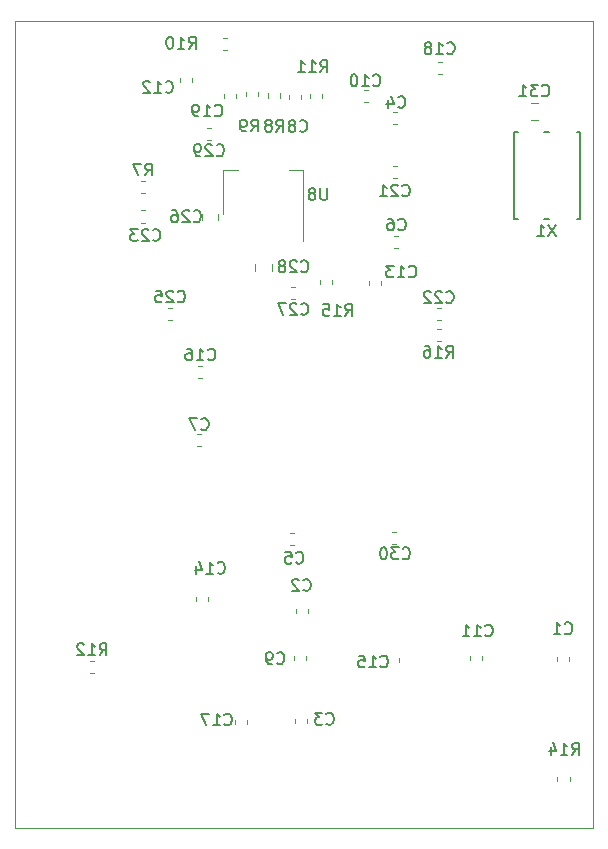
<source format=gbr>
G04 #@! TF.GenerationSoftware,KiCad,Pcbnew,(5.1.5)-3*
G04 #@! TF.CreationDate,2020-05-19T14:22:00+01:00*
G04 #@! TF.ProjectId,ElectronULA,456c6563-7472-46f6-9e55-4c412e6b6963,rev?*
G04 #@! TF.SameCoordinates,Original*
G04 #@! TF.FileFunction,Legend,Bot*
G04 #@! TF.FilePolarity,Positive*
%FSLAX46Y46*%
G04 Gerber Fmt 4.6, Leading zero omitted, Abs format (unit mm)*
G04 Created by KiCad (PCBNEW (5.1.5)-3) date 2020-05-19 14:22:00*
%MOMM*%
%LPD*%
G04 APERTURE LIST*
%ADD10C,0.050000*%
%ADD11C,0.120000*%
%ADD12C,0.150000*%
G04 APERTURE END LIST*
D10*
X129700020Y-124670820D02*
X129703200Y-56271000D01*
X178683920Y-124670820D02*
X129700020Y-124670820D01*
X178661700Y-56283700D02*
X178683920Y-124670820D01*
X129703200Y-56271000D02*
X178661700Y-56283700D01*
D11*
X165407493Y-82405760D02*
X165750027Y-82405760D01*
X165407493Y-83425760D02*
X165750027Y-83425760D01*
X155567920Y-78565827D02*
X155567920Y-78223293D01*
X156587920Y-78565827D02*
X156587920Y-78223293D01*
X175649160Y-120615527D02*
X175649160Y-120272993D01*
X176669160Y-120615527D02*
X176669160Y-120272993D01*
X136405467Y-111492760D02*
X136062933Y-111492760D01*
X136405467Y-110472760D02*
X136062933Y-110472760D01*
X154678920Y-62848307D02*
X154678920Y-62505773D01*
X155698920Y-62848307D02*
X155698920Y-62505773D01*
X147331613Y-57729660D02*
X147674147Y-57729660D01*
X147331613Y-58749660D02*
X147674147Y-58749660D01*
X149268720Y-62690827D02*
X149268720Y-62348293D01*
X150288720Y-62690827D02*
X150288720Y-62348293D01*
X151173720Y-62782267D02*
X151173720Y-62439733D01*
X152193720Y-62782267D02*
X152193720Y-62439733D01*
X140387253Y-69860700D02*
X140729787Y-69860700D01*
X140387253Y-70880700D02*
X140729787Y-70880700D01*
X145967633Y-65354740D02*
X146310167Y-65354740D01*
X145967633Y-66374740D02*
X146310167Y-66374740D01*
X153115193Y-78798960D02*
X153457727Y-78798960D01*
X153115193Y-79818960D02*
X153457727Y-79818960D01*
X143020867Y-81622360D02*
X142678333Y-81622360D01*
X143020867Y-80602360D02*
X142678333Y-80602360D01*
X140747567Y-73364820D02*
X140405033Y-73364820D01*
X140747567Y-72344820D02*
X140405033Y-72344820D01*
X165406253Y-80635380D02*
X165748787Y-80635380D01*
X165406253Y-81655380D02*
X165748787Y-81655380D01*
X162048007Y-69636100D02*
X161705473Y-69636100D01*
X162048007Y-68616100D02*
X161705473Y-68616100D01*
X148393880Y-62480373D02*
X148393880Y-62822907D01*
X147373880Y-62480373D02*
X147373880Y-62822907D01*
X165505313Y-59776900D02*
X165847847Y-59776900D01*
X165505313Y-60796900D02*
X165847847Y-60796900D01*
X159675100Y-78662347D02*
X159675100Y-78319813D01*
X160695100Y-78662347D02*
X160695100Y-78319813D01*
X143660400Y-61456387D02*
X143660400Y-61113853D01*
X144680400Y-61456387D02*
X144680400Y-61113853D01*
X159261993Y-62154340D02*
X159604527Y-62154340D01*
X159261993Y-63174340D02*
X159604527Y-63174340D01*
X153903140Y-62546413D02*
X153903140Y-62888947D01*
X152883140Y-62546413D02*
X152883140Y-62888947D01*
X162177547Y-75518740D02*
X161835013Y-75518740D01*
X162177547Y-74498740D02*
X161835013Y-74498740D01*
X162091187Y-65008220D02*
X161748653Y-65008220D01*
X162091187Y-63988220D02*
X161748653Y-63988220D01*
D12*
X174921520Y-65731840D02*
X174521520Y-65731840D01*
X174921520Y-73058840D02*
X174521520Y-73058840D01*
X171994520Y-65795340D02*
X171994520Y-72995340D01*
X177575520Y-65795340D02*
X177575520Y-72995340D01*
X177575520Y-65731840D02*
X177275520Y-65731840D01*
X171994520Y-65731840D02*
X172294520Y-65731840D01*
X171994520Y-73058840D02*
X172294520Y-73058840D01*
X177575520Y-73058840D02*
X177275520Y-73058840D01*
D11*
X151438680Y-76914108D02*
X151438680Y-77436612D01*
X150018680Y-76914108D02*
X150018680Y-77436612D01*
X154143760Y-74930440D02*
X154143760Y-68920440D01*
X147323760Y-72680440D02*
X147323760Y-68920440D01*
X154143760Y-68920440D02*
X152883760Y-68920440D01*
X147323760Y-68920440D02*
X148583760Y-68920440D01*
X173444268Y-63275140D02*
X173966772Y-63275140D01*
X173444268Y-64695140D02*
X173966772Y-64695140D01*
X145527960Y-73184652D02*
X145527960Y-72662148D01*
X146947960Y-73184652D02*
X146947960Y-72662148D01*
X154347200Y-110084733D02*
X154347200Y-110427267D01*
X153327200Y-110084733D02*
X153327200Y-110427267D01*
X145095933Y-91231000D02*
X145438467Y-91231000D01*
X145095933Y-92251000D02*
X145438467Y-92251000D01*
X153378467Y-100671000D02*
X153035933Y-100671000D01*
X153378467Y-99651000D02*
X153035933Y-99651000D01*
X153387200Y-115737267D02*
X153387200Y-115394733D01*
X154407200Y-115737267D02*
X154407200Y-115394733D01*
X153547200Y-106437267D02*
X153547200Y-106094733D01*
X154567200Y-106437267D02*
X154567200Y-106094733D01*
X169282840Y-110074893D02*
X169282840Y-110417427D01*
X168262840Y-110074893D02*
X168262840Y-110417427D01*
X145175933Y-85501000D02*
X145518467Y-85501000D01*
X145175933Y-86521000D02*
X145518467Y-86521000D01*
X161670933Y-99591000D02*
X162013467Y-99591000D01*
X161670933Y-100611000D02*
X162013467Y-100611000D01*
X148367200Y-115792267D02*
X148367200Y-115449733D01*
X149387200Y-115792267D02*
X149387200Y-115449733D01*
X162217200Y-110264733D02*
X162217200Y-110607267D01*
X161197200Y-110264733D02*
X161197200Y-110607267D01*
X145001520Y-105383147D02*
X145001520Y-105040613D01*
X146021520Y-105383147D02*
X146021520Y-105040613D01*
X176612720Y-110126953D02*
X176612720Y-110469487D01*
X175592720Y-110126953D02*
X175592720Y-110469487D01*
D12*
X166221617Y-84798140D02*
X166554950Y-84321950D01*
X166793045Y-84798140D02*
X166793045Y-83798140D01*
X166412093Y-83798140D01*
X166316855Y-83845760D01*
X166269236Y-83893379D01*
X166221617Y-83988617D01*
X166221617Y-84131474D01*
X166269236Y-84226712D01*
X166316855Y-84274331D01*
X166412093Y-84321950D01*
X166793045Y-84321950D01*
X165269236Y-84798140D02*
X165840664Y-84798140D01*
X165554950Y-84798140D02*
X165554950Y-83798140D01*
X165650188Y-83940998D01*
X165745426Y-84036236D01*
X165840664Y-84083855D01*
X164412093Y-83798140D02*
X164602569Y-83798140D01*
X164697807Y-83845760D01*
X164745426Y-83893379D01*
X164840664Y-84036236D01*
X164888283Y-84226712D01*
X164888283Y-84607664D01*
X164840664Y-84702902D01*
X164793045Y-84750521D01*
X164697807Y-84798140D01*
X164507331Y-84798140D01*
X164412093Y-84750521D01*
X164364474Y-84702902D01*
X164316855Y-84607664D01*
X164316855Y-84369569D01*
X164364474Y-84274331D01*
X164412093Y-84226712D01*
X164507331Y-84179093D01*
X164697807Y-84179093D01*
X164793045Y-84226712D01*
X164840664Y-84274331D01*
X164888283Y-84369569D01*
X157678357Y-81272640D02*
X158011690Y-80796450D01*
X158249785Y-81272640D02*
X158249785Y-80272640D01*
X157868833Y-80272640D01*
X157773595Y-80320260D01*
X157725976Y-80367879D01*
X157678357Y-80463117D01*
X157678357Y-80605974D01*
X157725976Y-80701212D01*
X157773595Y-80748831D01*
X157868833Y-80796450D01*
X158249785Y-80796450D01*
X156725976Y-81272640D02*
X157297404Y-81272640D01*
X157011690Y-81272640D02*
X157011690Y-80272640D01*
X157106928Y-80415498D01*
X157202166Y-80510736D01*
X157297404Y-80558355D01*
X155821214Y-80272640D02*
X156297404Y-80272640D01*
X156345023Y-80748831D01*
X156297404Y-80701212D01*
X156202166Y-80653593D01*
X155964071Y-80653593D01*
X155868833Y-80701212D01*
X155821214Y-80748831D01*
X155773595Y-80844069D01*
X155773595Y-81082164D01*
X155821214Y-81177402D01*
X155868833Y-81225021D01*
X155964071Y-81272640D01*
X156202166Y-81272640D01*
X156297404Y-81225021D01*
X156345023Y-81177402D01*
X176873137Y-118427760D02*
X177206470Y-117951570D01*
X177444565Y-118427760D02*
X177444565Y-117427760D01*
X177063613Y-117427760D01*
X176968375Y-117475380D01*
X176920756Y-117522999D01*
X176873137Y-117618237D01*
X176873137Y-117761094D01*
X176920756Y-117856332D01*
X176968375Y-117903951D01*
X177063613Y-117951570D01*
X177444565Y-117951570D01*
X175920756Y-118427760D02*
X176492184Y-118427760D01*
X176206470Y-118427760D02*
X176206470Y-117427760D01*
X176301708Y-117570618D01*
X176396946Y-117665856D01*
X176492184Y-117713475D01*
X175063613Y-117761094D02*
X175063613Y-118427760D01*
X175301708Y-117380141D02*
X175539803Y-118094427D01*
X174920756Y-118094427D01*
X136877057Y-110005140D02*
X137210390Y-109528950D01*
X137448485Y-110005140D02*
X137448485Y-109005140D01*
X137067533Y-109005140D01*
X136972295Y-109052760D01*
X136924676Y-109100379D01*
X136877057Y-109195617D01*
X136877057Y-109338474D01*
X136924676Y-109433712D01*
X136972295Y-109481331D01*
X137067533Y-109528950D01*
X137448485Y-109528950D01*
X135924676Y-110005140D02*
X136496104Y-110005140D01*
X136210390Y-110005140D02*
X136210390Y-109005140D01*
X136305628Y-109147998D01*
X136400866Y-109243236D01*
X136496104Y-109290855D01*
X135543723Y-109100379D02*
X135496104Y-109052760D01*
X135400866Y-109005140D01*
X135162771Y-109005140D01*
X135067533Y-109052760D01*
X135019914Y-109100379D01*
X134972295Y-109195617D01*
X134972295Y-109290855D01*
X135019914Y-109433712D01*
X135591342Y-110005140D01*
X134972295Y-110005140D01*
X155570157Y-60642760D02*
X155903490Y-60166570D01*
X156141585Y-60642760D02*
X156141585Y-59642760D01*
X155760633Y-59642760D01*
X155665395Y-59690380D01*
X155617776Y-59737999D01*
X155570157Y-59833237D01*
X155570157Y-59976094D01*
X155617776Y-60071332D01*
X155665395Y-60118951D01*
X155760633Y-60166570D01*
X156141585Y-60166570D01*
X154617776Y-60642760D02*
X155189204Y-60642760D01*
X154903490Y-60642760D02*
X154903490Y-59642760D01*
X154998728Y-59785618D01*
X155093966Y-59880856D01*
X155189204Y-59928475D01*
X153665395Y-60642760D02*
X154236823Y-60642760D01*
X153951109Y-60642760D02*
X153951109Y-59642760D01*
X154046347Y-59785618D01*
X154141585Y-59880856D01*
X154236823Y-59928475D01*
X144439877Y-58646320D02*
X144773210Y-58170130D01*
X145011305Y-58646320D02*
X145011305Y-57646320D01*
X144630353Y-57646320D01*
X144535115Y-57693940D01*
X144487496Y-57741559D01*
X144439877Y-57836797D01*
X144439877Y-57979654D01*
X144487496Y-58074892D01*
X144535115Y-58122511D01*
X144630353Y-58170130D01*
X145011305Y-58170130D01*
X143487496Y-58646320D02*
X144058924Y-58646320D01*
X143773210Y-58646320D02*
X143773210Y-57646320D01*
X143868448Y-57789178D01*
X143963686Y-57884416D01*
X144058924Y-57932035D01*
X142868448Y-57646320D02*
X142773210Y-57646320D01*
X142677972Y-57693940D01*
X142630353Y-57741559D01*
X142582734Y-57836797D01*
X142535115Y-58027273D01*
X142535115Y-58265368D01*
X142582734Y-58455844D01*
X142630353Y-58551082D01*
X142677972Y-58598701D01*
X142773210Y-58646320D01*
X142868448Y-58646320D01*
X142963686Y-58598701D01*
X143011305Y-58551082D01*
X143058924Y-58455844D01*
X143106543Y-58265368D01*
X143106543Y-58027273D01*
X143058924Y-57836797D01*
X143011305Y-57741559D01*
X142963686Y-57693940D01*
X142868448Y-57646320D01*
X149711706Y-65644020D02*
X150045040Y-65167830D01*
X150283135Y-65644020D02*
X150283135Y-64644020D01*
X149902182Y-64644020D01*
X149806944Y-64691640D01*
X149759325Y-64739259D01*
X149711706Y-64834497D01*
X149711706Y-64977354D01*
X149759325Y-65072592D01*
X149806944Y-65120211D01*
X149902182Y-65167830D01*
X150283135Y-65167830D01*
X149235516Y-65644020D02*
X149045040Y-65644020D01*
X148949801Y-65596401D01*
X148902182Y-65548782D01*
X148806944Y-65405925D01*
X148759325Y-65215449D01*
X148759325Y-64834497D01*
X148806944Y-64739259D01*
X148854563Y-64691640D01*
X148949801Y-64644020D01*
X149140278Y-64644020D01*
X149235516Y-64691640D01*
X149283135Y-64739259D01*
X149330754Y-64834497D01*
X149330754Y-65072592D01*
X149283135Y-65167830D01*
X149235516Y-65215449D01*
X149140278Y-65263068D01*
X148949801Y-65263068D01*
X148854563Y-65215449D01*
X148806944Y-65167830D01*
X148759325Y-65072592D01*
X151845306Y-65671960D02*
X152178640Y-65195770D01*
X152416735Y-65671960D02*
X152416735Y-64671960D01*
X152035782Y-64671960D01*
X151940544Y-64719580D01*
X151892925Y-64767199D01*
X151845306Y-64862437D01*
X151845306Y-65005294D01*
X151892925Y-65100532D01*
X151940544Y-65148151D01*
X152035782Y-65195770D01*
X152416735Y-65195770D01*
X151273878Y-65100532D02*
X151369116Y-65052913D01*
X151416735Y-65005294D01*
X151464354Y-64910056D01*
X151464354Y-64862437D01*
X151416735Y-64767199D01*
X151369116Y-64719580D01*
X151273878Y-64671960D01*
X151083401Y-64671960D01*
X150988163Y-64719580D01*
X150940544Y-64767199D01*
X150892925Y-64862437D01*
X150892925Y-64910056D01*
X150940544Y-65005294D01*
X150988163Y-65052913D01*
X151083401Y-65100532D01*
X151273878Y-65100532D01*
X151369116Y-65148151D01*
X151416735Y-65195770D01*
X151464354Y-65291008D01*
X151464354Y-65481484D01*
X151416735Y-65576722D01*
X151369116Y-65624341D01*
X151273878Y-65671960D01*
X151083401Y-65671960D01*
X150988163Y-65624341D01*
X150940544Y-65576722D01*
X150892925Y-65481484D01*
X150892925Y-65291008D01*
X150940544Y-65195770D01*
X150988163Y-65148151D01*
X151083401Y-65100532D01*
X140737886Y-69380360D02*
X141071220Y-68904170D01*
X141309315Y-69380360D02*
X141309315Y-68380360D01*
X140928362Y-68380360D01*
X140833124Y-68427980D01*
X140785505Y-68475599D01*
X140737886Y-68570837D01*
X140737886Y-68713694D01*
X140785505Y-68808932D01*
X140833124Y-68856551D01*
X140928362Y-68904170D01*
X141309315Y-68904170D01*
X140404553Y-68380360D02*
X139737886Y-68380360D01*
X140166458Y-69380360D01*
X146781757Y-67651882D02*
X146829376Y-67699501D01*
X146972233Y-67747120D01*
X147067471Y-67747120D01*
X147210328Y-67699501D01*
X147305566Y-67604263D01*
X147353185Y-67509025D01*
X147400804Y-67318549D01*
X147400804Y-67175692D01*
X147353185Y-66985216D01*
X147305566Y-66889978D01*
X147210328Y-66794740D01*
X147067471Y-66747120D01*
X146972233Y-66747120D01*
X146829376Y-66794740D01*
X146781757Y-66842359D01*
X146400804Y-66842359D02*
X146353185Y-66794740D01*
X146257947Y-66747120D01*
X146019852Y-66747120D01*
X145924614Y-66794740D01*
X145876995Y-66842359D01*
X145829376Y-66937597D01*
X145829376Y-67032835D01*
X145876995Y-67175692D01*
X146448423Y-67747120D01*
X145829376Y-67747120D01*
X145353185Y-67747120D02*
X145162709Y-67747120D01*
X145067471Y-67699501D01*
X145019852Y-67651882D01*
X144924614Y-67509025D01*
X144876995Y-67318549D01*
X144876995Y-66937597D01*
X144924614Y-66842359D01*
X144972233Y-66794740D01*
X145067471Y-66747120D01*
X145257947Y-66747120D01*
X145353185Y-66794740D01*
X145400804Y-66842359D01*
X145448423Y-66937597D01*
X145448423Y-67175692D01*
X145400804Y-67270930D01*
X145353185Y-67318549D01*
X145257947Y-67366168D01*
X145067471Y-67366168D01*
X144972233Y-67318549D01*
X144924614Y-67270930D01*
X144876995Y-67175692D01*
X153929317Y-81096102D02*
X153976936Y-81143721D01*
X154119793Y-81191340D01*
X154215031Y-81191340D01*
X154357888Y-81143721D01*
X154453126Y-81048483D01*
X154500745Y-80953245D01*
X154548364Y-80762769D01*
X154548364Y-80619912D01*
X154500745Y-80429436D01*
X154453126Y-80334198D01*
X154357888Y-80238960D01*
X154215031Y-80191340D01*
X154119793Y-80191340D01*
X153976936Y-80238960D01*
X153929317Y-80286579D01*
X153548364Y-80286579D02*
X153500745Y-80238960D01*
X153405507Y-80191340D01*
X153167412Y-80191340D01*
X153072174Y-80238960D01*
X153024555Y-80286579D01*
X152976936Y-80381817D01*
X152976936Y-80477055D01*
X153024555Y-80619912D01*
X153595983Y-81191340D01*
X152976936Y-81191340D01*
X152643602Y-80191340D02*
X151976936Y-80191340D01*
X152405507Y-81191340D01*
X143492457Y-80039502D02*
X143540076Y-80087121D01*
X143682933Y-80134740D01*
X143778171Y-80134740D01*
X143921028Y-80087121D01*
X144016266Y-79991883D01*
X144063885Y-79896645D01*
X144111504Y-79706169D01*
X144111504Y-79563312D01*
X144063885Y-79372836D01*
X144016266Y-79277598D01*
X143921028Y-79182360D01*
X143778171Y-79134740D01*
X143682933Y-79134740D01*
X143540076Y-79182360D01*
X143492457Y-79229979D01*
X143111504Y-79229979D02*
X143063885Y-79182360D01*
X142968647Y-79134740D01*
X142730552Y-79134740D01*
X142635314Y-79182360D01*
X142587695Y-79229979D01*
X142540076Y-79325217D01*
X142540076Y-79420455D01*
X142587695Y-79563312D01*
X143159123Y-80134740D01*
X142540076Y-80134740D01*
X141635314Y-79134740D02*
X142111504Y-79134740D01*
X142159123Y-79610931D01*
X142111504Y-79563312D01*
X142016266Y-79515693D01*
X141778171Y-79515693D01*
X141682933Y-79563312D01*
X141635314Y-79610931D01*
X141587695Y-79706169D01*
X141587695Y-79944264D01*
X141635314Y-80039502D01*
X141682933Y-80087121D01*
X141778171Y-80134740D01*
X142016266Y-80134740D01*
X142111504Y-80087121D01*
X142159123Y-80039502D01*
X141384257Y-74837562D02*
X141431876Y-74885181D01*
X141574733Y-74932800D01*
X141669971Y-74932800D01*
X141812828Y-74885181D01*
X141908066Y-74789943D01*
X141955685Y-74694705D01*
X142003304Y-74504229D01*
X142003304Y-74361372D01*
X141955685Y-74170896D01*
X141908066Y-74075658D01*
X141812828Y-73980420D01*
X141669971Y-73932800D01*
X141574733Y-73932800D01*
X141431876Y-73980420D01*
X141384257Y-74028039D01*
X141003304Y-74028039D02*
X140955685Y-73980420D01*
X140860447Y-73932800D01*
X140622352Y-73932800D01*
X140527114Y-73980420D01*
X140479495Y-74028039D01*
X140431876Y-74123277D01*
X140431876Y-74218515D01*
X140479495Y-74361372D01*
X141050923Y-74932800D01*
X140431876Y-74932800D01*
X140098542Y-73932800D02*
X139479495Y-73932800D01*
X139812828Y-74313753D01*
X139669971Y-74313753D01*
X139574733Y-74361372D01*
X139527114Y-74408991D01*
X139479495Y-74504229D01*
X139479495Y-74742324D01*
X139527114Y-74837562D01*
X139574733Y-74885181D01*
X139669971Y-74932800D01*
X139955685Y-74932800D01*
X140050923Y-74885181D01*
X140098542Y-74837562D01*
X166233077Y-80092822D02*
X166280696Y-80140441D01*
X166423553Y-80188060D01*
X166518791Y-80188060D01*
X166661648Y-80140441D01*
X166756886Y-80045203D01*
X166804505Y-79949965D01*
X166852124Y-79759489D01*
X166852124Y-79616632D01*
X166804505Y-79426156D01*
X166756886Y-79330918D01*
X166661648Y-79235680D01*
X166518791Y-79188060D01*
X166423553Y-79188060D01*
X166280696Y-79235680D01*
X166233077Y-79283299D01*
X165852124Y-79283299D02*
X165804505Y-79235680D01*
X165709267Y-79188060D01*
X165471172Y-79188060D01*
X165375934Y-79235680D01*
X165328315Y-79283299D01*
X165280696Y-79378537D01*
X165280696Y-79473775D01*
X165328315Y-79616632D01*
X165899743Y-80188060D01*
X165280696Y-80188060D01*
X164899743Y-79283299D02*
X164852124Y-79235680D01*
X164756886Y-79188060D01*
X164518791Y-79188060D01*
X164423553Y-79235680D01*
X164375934Y-79283299D01*
X164328315Y-79378537D01*
X164328315Y-79473775D01*
X164375934Y-79616632D01*
X164947362Y-80188060D01*
X164328315Y-80188060D01*
X162511977Y-71058042D02*
X162559596Y-71105661D01*
X162702453Y-71153280D01*
X162797691Y-71153280D01*
X162940548Y-71105661D01*
X163035786Y-71010423D01*
X163083405Y-70915185D01*
X163131024Y-70724709D01*
X163131024Y-70581852D01*
X163083405Y-70391376D01*
X163035786Y-70296138D01*
X162940548Y-70200900D01*
X162797691Y-70153280D01*
X162702453Y-70153280D01*
X162559596Y-70200900D01*
X162511977Y-70248519D01*
X162131024Y-70248519D02*
X162083405Y-70200900D01*
X161988167Y-70153280D01*
X161750072Y-70153280D01*
X161654834Y-70200900D01*
X161607215Y-70248519D01*
X161559596Y-70343757D01*
X161559596Y-70438995D01*
X161607215Y-70581852D01*
X162178643Y-71153280D01*
X161559596Y-71153280D01*
X160607215Y-71153280D02*
X161178643Y-71153280D01*
X160892929Y-71153280D02*
X160892929Y-70153280D01*
X160988167Y-70296138D01*
X161083405Y-70391376D01*
X161178643Y-70438995D01*
X146634437Y-64286402D02*
X146682056Y-64334021D01*
X146824913Y-64381640D01*
X146920151Y-64381640D01*
X147063008Y-64334021D01*
X147158246Y-64238783D01*
X147205865Y-64143545D01*
X147253484Y-63953069D01*
X147253484Y-63810212D01*
X147205865Y-63619736D01*
X147158246Y-63524498D01*
X147063008Y-63429260D01*
X146920151Y-63381640D01*
X146824913Y-63381640D01*
X146682056Y-63429260D01*
X146634437Y-63476879D01*
X145682056Y-64381640D02*
X146253484Y-64381640D01*
X145967770Y-64381640D02*
X145967770Y-63381640D01*
X146063008Y-63524498D01*
X146158246Y-63619736D01*
X146253484Y-63667355D01*
X145205865Y-64381640D02*
X145015389Y-64381640D01*
X144920151Y-64334021D01*
X144872532Y-64286402D01*
X144777294Y-64143545D01*
X144729675Y-63953069D01*
X144729675Y-63572117D01*
X144777294Y-63476879D01*
X144824913Y-63429260D01*
X144920151Y-63381640D01*
X145110627Y-63381640D01*
X145205865Y-63429260D01*
X145253484Y-63476879D01*
X145301103Y-63572117D01*
X145301103Y-63810212D01*
X145253484Y-63905450D01*
X145205865Y-63953069D01*
X145110627Y-64000688D01*
X144920151Y-64000688D01*
X144824913Y-63953069D01*
X144777294Y-63905450D01*
X144729675Y-63810212D01*
X166314357Y-59015902D02*
X166361976Y-59063521D01*
X166504833Y-59111140D01*
X166600071Y-59111140D01*
X166742928Y-59063521D01*
X166838166Y-58968283D01*
X166885785Y-58873045D01*
X166933404Y-58682569D01*
X166933404Y-58539712D01*
X166885785Y-58349236D01*
X166838166Y-58253998D01*
X166742928Y-58158760D01*
X166600071Y-58111140D01*
X166504833Y-58111140D01*
X166361976Y-58158760D01*
X166314357Y-58206379D01*
X165361976Y-59111140D02*
X165933404Y-59111140D01*
X165647690Y-59111140D02*
X165647690Y-58111140D01*
X165742928Y-58253998D01*
X165838166Y-58349236D01*
X165933404Y-58396855D01*
X164790547Y-58539712D02*
X164885785Y-58492093D01*
X164933404Y-58444474D01*
X164981023Y-58349236D01*
X164981023Y-58301617D01*
X164933404Y-58206379D01*
X164885785Y-58158760D01*
X164790547Y-58111140D01*
X164600071Y-58111140D01*
X164504833Y-58158760D01*
X164457214Y-58206379D01*
X164409595Y-58301617D01*
X164409595Y-58349236D01*
X164457214Y-58444474D01*
X164504833Y-58492093D01*
X164600071Y-58539712D01*
X164790547Y-58539712D01*
X164885785Y-58587331D01*
X164933404Y-58634950D01*
X164981023Y-58730188D01*
X164981023Y-58920664D01*
X164933404Y-59015902D01*
X164885785Y-59063521D01*
X164790547Y-59111140D01*
X164600071Y-59111140D01*
X164504833Y-59063521D01*
X164457214Y-59015902D01*
X164409595Y-58920664D01*
X164409595Y-58730188D01*
X164457214Y-58634950D01*
X164504833Y-58587331D01*
X164600071Y-58539712D01*
X163060617Y-77910962D02*
X163108236Y-77958581D01*
X163251093Y-78006200D01*
X163346331Y-78006200D01*
X163489188Y-77958581D01*
X163584426Y-77863343D01*
X163632045Y-77768105D01*
X163679664Y-77577629D01*
X163679664Y-77434772D01*
X163632045Y-77244296D01*
X163584426Y-77149058D01*
X163489188Y-77053820D01*
X163346331Y-77006200D01*
X163251093Y-77006200D01*
X163108236Y-77053820D01*
X163060617Y-77101439D01*
X162108236Y-78006200D02*
X162679664Y-78006200D01*
X162393950Y-78006200D02*
X162393950Y-77006200D01*
X162489188Y-77149058D01*
X162584426Y-77244296D01*
X162679664Y-77291915D01*
X161774902Y-77006200D02*
X161155855Y-77006200D01*
X161489188Y-77387153D01*
X161346331Y-77387153D01*
X161251093Y-77434772D01*
X161203474Y-77482391D01*
X161155855Y-77577629D01*
X161155855Y-77815724D01*
X161203474Y-77910962D01*
X161251093Y-77958581D01*
X161346331Y-78006200D01*
X161632045Y-78006200D01*
X161727283Y-77958581D01*
X161774902Y-77910962D01*
X142463757Y-62284882D02*
X142511376Y-62332501D01*
X142654233Y-62380120D01*
X142749471Y-62380120D01*
X142892328Y-62332501D01*
X142987566Y-62237263D01*
X143035185Y-62142025D01*
X143082804Y-61951549D01*
X143082804Y-61808692D01*
X143035185Y-61618216D01*
X142987566Y-61522978D01*
X142892328Y-61427740D01*
X142749471Y-61380120D01*
X142654233Y-61380120D01*
X142511376Y-61427740D01*
X142463757Y-61475359D01*
X141511376Y-62380120D02*
X142082804Y-62380120D01*
X141797090Y-62380120D02*
X141797090Y-61380120D01*
X141892328Y-61522978D01*
X141987566Y-61618216D01*
X142082804Y-61665835D01*
X141130423Y-61475359D02*
X141082804Y-61427740D01*
X140987566Y-61380120D01*
X140749471Y-61380120D01*
X140654233Y-61427740D01*
X140606614Y-61475359D01*
X140558995Y-61570597D01*
X140558995Y-61665835D01*
X140606614Y-61808692D01*
X141178042Y-62380120D01*
X140558995Y-62380120D01*
X160032937Y-61733702D02*
X160080556Y-61781321D01*
X160223413Y-61828940D01*
X160318651Y-61828940D01*
X160461508Y-61781321D01*
X160556746Y-61686083D01*
X160604365Y-61590845D01*
X160651984Y-61400369D01*
X160651984Y-61257512D01*
X160604365Y-61067036D01*
X160556746Y-60971798D01*
X160461508Y-60876560D01*
X160318651Y-60828940D01*
X160223413Y-60828940D01*
X160080556Y-60876560D01*
X160032937Y-60924179D01*
X159080556Y-61828940D02*
X159651984Y-61828940D01*
X159366270Y-61828940D02*
X159366270Y-60828940D01*
X159461508Y-60971798D01*
X159556746Y-61067036D01*
X159651984Y-61114655D01*
X158461508Y-60828940D02*
X158366270Y-60828940D01*
X158271032Y-60876560D01*
X158223413Y-60924179D01*
X158175794Y-61019417D01*
X158128175Y-61209893D01*
X158128175Y-61447988D01*
X158175794Y-61638464D01*
X158223413Y-61733702D01*
X158271032Y-61781321D01*
X158366270Y-61828940D01*
X158461508Y-61828940D01*
X158556746Y-61781321D01*
X158604365Y-61733702D01*
X158651984Y-61638464D01*
X158699603Y-61447988D01*
X158699603Y-61209893D01*
X158651984Y-61019417D01*
X158604365Y-60924179D01*
X158556746Y-60876560D01*
X158461508Y-60828940D01*
X153831586Y-65591962D02*
X153879205Y-65639581D01*
X154022062Y-65687200D01*
X154117300Y-65687200D01*
X154260158Y-65639581D01*
X154355396Y-65544343D01*
X154403015Y-65449105D01*
X154450634Y-65258629D01*
X154450634Y-65115772D01*
X154403015Y-64925296D01*
X154355396Y-64830058D01*
X154260158Y-64734820D01*
X154117300Y-64687200D01*
X154022062Y-64687200D01*
X153879205Y-64734820D01*
X153831586Y-64782439D01*
X153260158Y-65115772D02*
X153355396Y-65068153D01*
X153403015Y-65020534D01*
X153450634Y-64925296D01*
X153450634Y-64877677D01*
X153403015Y-64782439D01*
X153355396Y-64734820D01*
X153260158Y-64687200D01*
X153069681Y-64687200D01*
X152974443Y-64734820D01*
X152926824Y-64782439D01*
X152879205Y-64877677D01*
X152879205Y-64925296D01*
X152926824Y-65020534D01*
X152974443Y-65068153D01*
X153069681Y-65115772D01*
X153260158Y-65115772D01*
X153355396Y-65163391D01*
X153403015Y-65211010D01*
X153450634Y-65306248D01*
X153450634Y-65496724D01*
X153403015Y-65591962D01*
X153355396Y-65639581D01*
X153260158Y-65687200D01*
X153069681Y-65687200D01*
X152974443Y-65639581D01*
X152926824Y-65591962D01*
X152879205Y-65496724D01*
X152879205Y-65306248D01*
X152926824Y-65211010D01*
X152974443Y-65163391D01*
X153069681Y-65115772D01*
X162172946Y-73935882D02*
X162220565Y-73983501D01*
X162363422Y-74031120D01*
X162458660Y-74031120D01*
X162601518Y-73983501D01*
X162696756Y-73888263D01*
X162744375Y-73793025D01*
X162791994Y-73602549D01*
X162791994Y-73459692D01*
X162744375Y-73269216D01*
X162696756Y-73173978D01*
X162601518Y-73078740D01*
X162458660Y-73031120D01*
X162363422Y-73031120D01*
X162220565Y-73078740D01*
X162172946Y-73126359D01*
X161315803Y-73031120D02*
X161506280Y-73031120D01*
X161601518Y-73078740D01*
X161649137Y-73126359D01*
X161744375Y-73269216D01*
X161791994Y-73459692D01*
X161791994Y-73840644D01*
X161744375Y-73935882D01*
X161696756Y-73983501D01*
X161601518Y-74031120D01*
X161411041Y-74031120D01*
X161315803Y-73983501D01*
X161268184Y-73935882D01*
X161220565Y-73840644D01*
X161220565Y-73602549D01*
X161268184Y-73507311D01*
X161315803Y-73459692D01*
X161411041Y-73412073D01*
X161601518Y-73412073D01*
X161696756Y-73459692D01*
X161744375Y-73507311D01*
X161791994Y-73602549D01*
X162157706Y-63565042D02*
X162205325Y-63612661D01*
X162348182Y-63660280D01*
X162443420Y-63660280D01*
X162586278Y-63612661D01*
X162681516Y-63517423D01*
X162729135Y-63422185D01*
X162776754Y-63231709D01*
X162776754Y-63088852D01*
X162729135Y-62898376D01*
X162681516Y-62803138D01*
X162586278Y-62707900D01*
X162443420Y-62660280D01*
X162348182Y-62660280D01*
X162205325Y-62707900D01*
X162157706Y-62755519D01*
X161300563Y-62993614D02*
X161300563Y-63660280D01*
X161538659Y-62612661D02*
X161776754Y-63326947D01*
X161157706Y-63326947D01*
X175510723Y-73546720D02*
X174844057Y-74546720D01*
X174844057Y-73546720D02*
X175510723Y-74546720D01*
X173939295Y-74546720D02*
X174510723Y-74546720D01*
X174225009Y-74546720D02*
X174225009Y-73546720D01*
X174320247Y-73689578D01*
X174415485Y-73784816D01*
X174510723Y-73832435D01*
X153934397Y-77481702D02*
X153982016Y-77529321D01*
X154124873Y-77576940D01*
X154220111Y-77576940D01*
X154362968Y-77529321D01*
X154458206Y-77434083D01*
X154505825Y-77338845D01*
X154553444Y-77148369D01*
X154553444Y-77005512D01*
X154505825Y-76815036D01*
X154458206Y-76719798D01*
X154362968Y-76624560D01*
X154220111Y-76576940D01*
X154124873Y-76576940D01*
X153982016Y-76624560D01*
X153934397Y-76672179D01*
X153553444Y-76672179D02*
X153505825Y-76624560D01*
X153410587Y-76576940D01*
X153172492Y-76576940D01*
X153077254Y-76624560D01*
X153029635Y-76672179D01*
X152982016Y-76767417D01*
X152982016Y-76862655D01*
X153029635Y-77005512D01*
X153601063Y-77576940D01*
X152982016Y-77576940D01*
X152410587Y-77005512D02*
X152505825Y-76957893D01*
X152553444Y-76910274D01*
X152601063Y-76815036D01*
X152601063Y-76767417D01*
X152553444Y-76672179D01*
X152505825Y-76624560D01*
X152410587Y-76576940D01*
X152220111Y-76576940D01*
X152124873Y-76624560D01*
X152077254Y-76672179D01*
X152029635Y-76767417D01*
X152029635Y-76815036D01*
X152077254Y-76910274D01*
X152124873Y-76957893D01*
X152220111Y-77005512D01*
X152410587Y-77005512D01*
X152505825Y-77053131D01*
X152553444Y-77100750D01*
X152601063Y-77195988D01*
X152601063Y-77386464D01*
X152553444Y-77481702D01*
X152505825Y-77529321D01*
X152410587Y-77576940D01*
X152220111Y-77576940D01*
X152124873Y-77529321D01*
X152077254Y-77481702D01*
X152029635Y-77386464D01*
X152029635Y-77195988D01*
X152077254Y-77100750D01*
X152124873Y-77053131D01*
X152220111Y-77005512D01*
X156141324Y-70453000D02*
X156141324Y-71262524D01*
X156093705Y-71357762D01*
X156046086Y-71405381D01*
X155950848Y-71453000D01*
X155760372Y-71453000D01*
X155665134Y-71405381D01*
X155617515Y-71357762D01*
X155569896Y-71262524D01*
X155569896Y-70453000D01*
X154950848Y-70881572D02*
X155046086Y-70833953D01*
X155093705Y-70786334D01*
X155141324Y-70691096D01*
X155141324Y-70643477D01*
X155093705Y-70548239D01*
X155046086Y-70500620D01*
X154950848Y-70453000D01*
X154760372Y-70453000D01*
X154665134Y-70500620D01*
X154617515Y-70548239D01*
X154569896Y-70643477D01*
X154569896Y-70691096D01*
X154617515Y-70786334D01*
X154665134Y-70833953D01*
X154760372Y-70881572D01*
X154950848Y-70881572D01*
X155046086Y-70929191D01*
X155093705Y-70976810D01*
X155141324Y-71072048D01*
X155141324Y-71262524D01*
X155093705Y-71357762D01*
X155046086Y-71405381D01*
X154950848Y-71453000D01*
X154760372Y-71453000D01*
X154665134Y-71405381D01*
X154617515Y-71357762D01*
X154569896Y-71262524D01*
X154569896Y-71072048D01*
X154617515Y-70976810D01*
X154665134Y-70929191D01*
X154760372Y-70881572D01*
X174322977Y-62587142D02*
X174370596Y-62634761D01*
X174513453Y-62682380D01*
X174608691Y-62682380D01*
X174751548Y-62634761D01*
X174846786Y-62539523D01*
X174894405Y-62444285D01*
X174942024Y-62253809D01*
X174942024Y-62110952D01*
X174894405Y-61920476D01*
X174846786Y-61825238D01*
X174751548Y-61730000D01*
X174608691Y-61682380D01*
X174513453Y-61682380D01*
X174370596Y-61730000D01*
X174322977Y-61777619D01*
X173989643Y-61682380D02*
X173370596Y-61682380D01*
X173703929Y-62063333D01*
X173561072Y-62063333D01*
X173465834Y-62110952D01*
X173418215Y-62158571D01*
X173370596Y-62253809D01*
X173370596Y-62491904D01*
X173418215Y-62587142D01*
X173465834Y-62634761D01*
X173561072Y-62682380D01*
X173846786Y-62682380D01*
X173942024Y-62634761D01*
X173989643Y-62587142D01*
X172418215Y-62682380D02*
X172989643Y-62682380D01*
X172703929Y-62682380D02*
X172703929Y-61682380D01*
X172799167Y-61825238D01*
X172894405Y-61920476D01*
X172989643Y-61968095D01*
X144848817Y-73239902D02*
X144896436Y-73287521D01*
X145039293Y-73335140D01*
X145134531Y-73335140D01*
X145277388Y-73287521D01*
X145372626Y-73192283D01*
X145420245Y-73097045D01*
X145467864Y-72906569D01*
X145467864Y-72763712D01*
X145420245Y-72573236D01*
X145372626Y-72477998D01*
X145277388Y-72382760D01*
X145134531Y-72335140D01*
X145039293Y-72335140D01*
X144896436Y-72382760D01*
X144848817Y-72430379D01*
X144467864Y-72430379D02*
X144420245Y-72382760D01*
X144325007Y-72335140D01*
X144086912Y-72335140D01*
X143991674Y-72382760D01*
X143944055Y-72430379D01*
X143896436Y-72525617D01*
X143896436Y-72620855D01*
X143944055Y-72763712D01*
X144515483Y-73335140D01*
X143896436Y-73335140D01*
X143039293Y-72335140D02*
X143229769Y-72335140D01*
X143325007Y-72382760D01*
X143372626Y-72430379D01*
X143467864Y-72573236D01*
X143515483Y-72763712D01*
X143515483Y-73144664D01*
X143467864Y-73239902D01*
X143420245Y-73287521D01*
X143325007Y-73335140D01*
X143134531Y-73335140D01*
X143039293Y-73287521D01*
X142991674Y-73239902D01*
X142944055Y-73144664D01*
X142944055Y-72906569D01*
X142991674Y-72811331D01*
X143039293Y-72763712D01*
X143134531Y-72716093D01*
X143325007Y-72716093D01*
X143420245Y-72763712D01*
X143467864Y-72811331D01*
X143515483Y-72906569D01*
X151913866Y-110658142D02*
X151961485Y-110705761D01*
X152104342Y-110753380D01*
X152199580Y-110753380D01*
X152342438Y-110705761D01*
X152437676Y-110610523D01*
X152485295Y-110515285D01*
X152532914Y-110324809D01*
X152532914Y-110181952D01*
X152485295Y-109991476D01*
X152437676Y-109896238D01*
X152342438Y-109801000D01*
X152199580Y-109753380D01*
X152104342Y-109753380D01*
X151961485Y-109801000D01*
X151913866Y-109848619D01*
X151437676Y-110753380D02*
X151247200Y-110753380D01*
X151151961Y-110705761D01*
X151104342Y-110658142D01*
X151009104Y-110515285D01*
X150961485Y-110324809D01*
X150961485Y-109943857D01*
X151009104Y-109848619D01*
X151056723Y-109801000D01*
X151151961Y-109753380D01*
X151342438Y-109753380D01*
X151437676Y-109801000D01*
X151485295Y-109848619D01*
X151532914Y-109943857D01*
X151532914Y-110181952D01*
X151485295Y-110277190D01*
X151437676Y-110324809D01*
X151342438Y-110372428D01*
X151151961Y-110372428D01*
X151056723Y-110324809D01*
X151009104Y-110277190D01*
X150961485Y-110181952D01*
X145488866Y-90848142D02*
X145536485Y-90895761D01*
X145679342Y-90943380D01*
X145774580Y-90943380D01*
X145917438Y-90895761D01*
X146012676Y-90800523D01*
X146060295Y-90705285D01*
X146107914Y-90514809D01*
X146107914Y-90371952D01*
X146060295Y-90181476D01*
X146012676Y-90086238D01*
X145917438Y-89991000D01*
X145774580Y-89943380D01*
X145679342Y-89943380D01*
X145536485Y-89991000D01*
X145488866Y-90038619D01*
X145155533Y-89943380D02*
X144488866Y-89943380D01*
X144917438Y-90943380D01*
X153513866Y-102148142D02*
X153561485Y-102195761D01*
X153704342Y-102243380D01*
X153799580Y-102243380D01*
X153942438Y-102195761D01*
X154037676Y-102100523D01*
X154085295Y-102005285D01*
X154132914Y-101814809D01*
X154132914Y-101671952D01*
X154085295Y-101481476D01*
X154037676Y-101386238D01*
X153942438Y-101291000D01*
X153799580Y-101243380D01*
X153704342Y-101243380D01*
X153561485Y-101291000D01*
X153513866Y-101338619D01*
X152609104Y-101243380D02*
X153085295Y-101243380D01*
X153132914Y-101719571D01*
X153085295Y-101671952D01*
X152990057Y-101624333D01*
X152751961Y-101624333D01*
X152656723Y-101671952D01*
X152609104Y-101719571D01*
X152561485Y-101814809D01*
X152561485Y-102052904D01*
X152609104Y-102148142D01*
X152656723Y-102195761D01*
X152751961Y-102243380D01*
X152990057Y-102243380D01*
X153085295Y-102195761D01*
X153132914Y-102148142D01*
X156083866Y-115788142D02*
X156131485Y-115835761D01*
X156274342Y-115883380D01*
X156369580Y-115883380D01*
X156512438Y-115835761D01*
X156607676Y-115740523D01*
X156655295Y-115645285D01*
X156702914Y-115454809D01*
X156702914Y-115311952D01*
X156655295Y-115121476D01*
X156607676Y-115026238D01*
X156512438Y-114931000D01*
X156369580Y-114883380D01*
X156274342Y-114883380D01*
X156131485Y-114931000D01*
X156083866Y-114978619D01*
X155750533Y-114883380D02*
X155131485Y-114883380D01*
X155464819Y-115264333D01*
X155321961Y-115264333D01*
X155226723Y-115311952D01*
X155179104Y-115359571D01*
X155131485Y-115454809D01*
X155131485Y-115692904D01*
X155179104Y-115788142D01*
X155226723Y-115835761D01*
X155321961Y-115883380D01*
X155607676Y-115883380D01*
X155702914Y-115835761D01*
X155750533Y-115788142D01*
X154137506Y-104460302D02*
X154185125Y-104507921D01*
X154327982Y-104555540D01*
X154423220Y-104555540D01*
X154566078Y-104507921D01*
X154661316Y-104412683D01*
X154708935Y-104317445D01*
X154756554Y-104126969D01*
X154756554Y-103984112D01*
X154708935Y-103793636D01*
X154661316Y-103698398D01*
X154566078Y-103603160D01*
X154423220Y-103555540D01*
X154327982Y-103555540D01*
X154185125Y-103603160D01*
X154137506Y-103650779D01*
X153756554Y-103650779D02*
X153708935Y-103603160D01*
X153613697Y-103555540D01*
X153375601Y-103555540D01*
X153280363Y-103603160D01*
X153232744Y-103650779D01*
X153185125Y-103746017D01*
X153185125Y-103841255D01*
X153232744Y-103984112D01*
X153804173Y-104555540D01*
X153185125Y-104555540D01*
X169529997Y-108307142D02*
X169577616Y-108354761D01*
X169720473Y-108402380D01*
X169815711Y-108402380D01*
X169958568Y-108354761D01*
X170053806Y-108259523D01*
X170101425Y-108164285D01*
X170149044Y-107973809D01*
X170149044Y-107830952D01*
X170101425Y-107640476D01*
X170053806Y-107545238D01*
X169958568Y-107450000D01*
X169815711Y-107402380D01*
X169720473Y-107402380D01*
X169577616Y-107450000D01*
X169529997Y-107497619D01*
X168577616Y-108402380D02*
X169149044Y-108402380D01*
X168863330Y-108402380D02*
X168863330Y-107402380D01*
X168958568Y-107545238D01*
X169053806Y-107640476D01*
X169149044Y-107688095D01*
X167625235Y-108402380D02*
X168196663Y-108402380D01*
X167910949Y-108402380D02*
X167910949Y-107402380D01*
X168006187Y-107545238D01*
X168101425Y-107640476D01*
X168196663Y-107688095D01*
X146054977Y-84943622D02*
X146102596Y-84991241D01*
X146245453Y-85038860D01*
X146340691Y-85038860D01*
X146483548Y-84991241D01*
X146578786Y-84896003D01*
X146626405Y-84800765D01*
X146674024Y-84610289D01*
X146674024Y-84467432D01*
X146626405Y-84276956D01*
X146578786Y-84181718D01*
X146483548Y-84086480D01*
X146340691Y-84038860D01*
X146245453Y-84038860D01*
X146102596Y-84086480D01*
X146054977Y-84134099D01*
X145102596Y-85038860D02*
X145674024Y-85038860D01*
X145388310Y-85038860D02*
X145388310Y-84038860D01*
X145483548Y-84181718D01*
X145578786Y-84276956D01*
X145674024Y-84324575D01*
X144245453Y-84038860D02*
X144435929Y-84038860D01*
X144531167Y-84086480D01*
X144578786Y-84134099D01*
X144674024Y-84276956D01*
X144721643Y-84467432D01*
X144721643Y-84848384D01*
X144674024Y-84943622D01*
X144626405Y-84991241D01*
X144531167Y-85038860D01*
X144340691Y-85038860D01*
X144245453Y-84991241D01*
X144197834Y-84943622D01*
X144150215Y-84848384D01*
X144150215Y-84610289D01*
X144197834Y-84515051D01*
X144245453Y-84467432D01*
X144340691Y-84419813D01*
X144531167Y-84419813D01*
X144626405Y-84467432D01*
X144674024Y-84515051D01*
X144721643Y-84610289D01*
X162547537Y-101779342D02*
X162595156Y-101826961D01*
X162738013Y-101874580D01*
X162833251Y-101874580D01*
X162976108Y-101826961D01*
X163071346Y-101731723D01*
X163118965Y-101636485D01*
X163166584Y-101446009D01*
X163166584Y-101303152D01*
X163118965Y-101112676D01*
X163071346Y-101017438D01*
X162976108Y-100922200D01*
X162833251Y-100874580D01*
X162738013Y-100874580D01*
X162595156Y-100922200D01*
X162547537Y-100969819D01*
X162214203Y-100874580D02*
X161595156Y-100874580D01*
X161928489Y-101255533D01*
X161785632Y-101255533D01*
X161690394Y-101303152D01*
X161642775Y-101350771D01*
X161595156Y-101446009D01*
X161595156Y-101684104D01*
X161642775Y-101779342D01*
X161690394Y-101826961D01*
X161785632Y-101874580D01*
X162071346Y-101874580D01*
X162166584Y-101826961D01*
X162214203Y-101779342D01*
X160976108Y-100874580D02*
X160880870Y-100874580D01*
X160785632Y-100922200D01*
X160738013Y-100969819D01*
X160690394Y-101065057D01*
X160642775Y-101255533D01*
X160642775Y-101493628D01*
X160690394Y-101684104D01*
X160738013Y-101779342D01*
X160785632Y-101826961D01*
X160880870Y-101874580D01*
X160976108Y-101874580D01*
X161071346Y-101826961D01*
X161118965Y-101779342D01*
X161166584Y-101684104D01*
X161214203Y-101493628D01*
X161214203Y-101255533D01*
X161166584Y-101065057D01*
X161118965Y-100969819D01*
X161071346Y-100922200D01*
X160976108Y-100874580D01*
X147449777Y-115853482D02*
X147497396Y-115901101D01*
X147640253Y-115948720D01*
X147735491Y-115948720D01*
X147878348Y-115901101D01*
X147973586Y-115805863D01*
X148021205Y-115710625D01*
X148068824Y-115520149D01*
X148068824Y-115377292D01*
X148021205Y-115186816D01*
X147973586Y-115091578D01*
X147878348Y-114996340D01*
X147735491Y-114948720D01*
X147640253Y-114948720D01*
X147497396Y-114996340D01*
X147449777Y-115043959D01*
X146497396Y-115948720D02*
X147068824Y-115948720D01*
X146783110Y-115948720D02*
X146783110Y-114948720D01*
X146878348Y-115091578D01*
X146973586Y-115186816D01*
X147068824Y-115234435D01*
X146164062Y-114948720D02*
X145497396Y-114948720D01*
X145925967Y-115948720D01*
X160660057Y-110938142D02*
X160707676Y-110985761D01*
X160850533Y-111033380D01*
X160945771Y-111033380D01*
X161088628Y-110985761D01*
X161183866Y-110890523D01*
X161231485Y-110795285D01*
X161279104Y-110604809D01*
X161279104Y-110461952D01*
X161231485Y-110271476D01*
X161183866Y-110176238D01*
X161088628Y-110081000D01*
X160945771Y-110033380D01*
X160850533Y-110033380D01*
X160707676Y-110081000D01*
X160660057Y-110128619D01*
X159707676Y-111033380D02*
X160279104Y-111033380D01*
X159993390Y-111033380D02*
X159993390Y-110033380D01*
X160088628Y-110176238D01*
X160183866Y-110271476D01*
X160279104Y-110319095D01*
X158802914Y-110033380D02*
X159279104Y-110033380D01*
X159326723Y-110509571D01*
X159279104Y-110461952D01*
X159183866Y-110414333D01*
X158945771Y-110414333D01*
X158850533Y-110461952D01*
X158802914Y-110509571D01*
X158755295Y-110604809D01*
X158755295Y-110842904D01*
X158802914Y-110938142D01*
X158850533Y-110985761D01*
X158945771Y-111033380D01*
X159183866Y-111033380D01*
X159279104Y-110985761D01*
X159326723Y-110938142D01*
X146870657Y-103003622D02*
X146918276Y-103051241D01*
X147061133Y-103098860D01*
X147156371Y-103098860D01*
X147299228Y-103051241D01*
X147394466Y-102956003D01*
X147442085Y-102860765D01*
X147489704Y-102670289D01*
X147489704Y-102527432D01*
X147442085Y-102336956D01*
X147394466Y-102241718D01*
X147299228Y-102146480D01*
X147156371Y-102098860D01*
X147061133Y-102098860D01*
X146918276Y-102146480D01*
X146870657Y-102194099D01*
X145918276Y-103098860D02*
X146489704Y-103098860D01*
X146203990Y-103098860D02*
X146203990Y-102098860D01*
X146299228Y-102241718D01*
X146394466Y-102336956D01*
X146489704Y-102384575D01*
X145061133Y-102432194D02*
X145061133Y-103098860D01*
X145299228Y-102051241D02*
X145537323Y-102765527D01*
X144918276Y-102765527D01*
X176269386Y-108125362D02*
X176317005Y-108172981D01*
X176459862Y-108220600D01*
X176555100Y-108220600D01*
X176697958Y-108172981D01*
X176793196Y-108077743D01*
X176840815Y-107982505D01*
X176888434Y-107792029D01*
X176888434Y-107649172D01*
X176840815Y-107458696D01*
X176793196Y-107363458D01*
X176697958Y-107268220D01*
X176555100Y-107220600D01*
X176459862Y-107220600D01*
X176317005Y-107268220D01*
X176269386Y-107315839D01*
X175317005Y-108220600D02*
X175888434Y-108220600D01*
X175602720Y-108220600D02*
X175602720Y-107220600D01*
X175697958Y-107363458D01*
X175793196Y-107458696D01*
X175888434Y-107506315D01*
M02*

</source>
